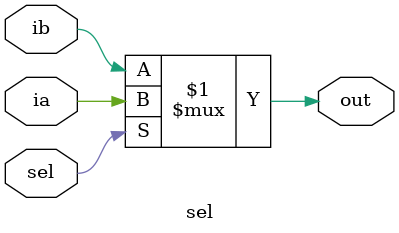
<source format=v>
/* Generated by Yosys 0.9 (git sha1 1979e0b1, i686-w64-mingw32.static-g++ 5.5.0 -Os) */

(* top =  1  *)
(* src = "sel.v:1" *)
module sel(ia, ib, sel, out);
  (* src = "sel.v:2" *)
  input ia;
  (* src = "sel.v:2" *)
  input ib;
  (* src = "sel.v:3" *)
  output out;
  (* src = "sel.v:2" *)
  input sel;
  assign out = sel ? ia : ib;
endmodule

</source>
